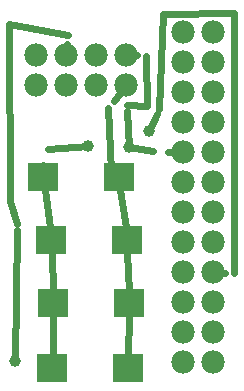
<source format=gbl>
G04 MADE WITH FRITZING*
G04 WWW.FRITZING.ORG*
G04 DOUBLE SIDED*
G04 HOLES PLATED*
G04 CONTOUR ON CENTER OF CONTOUR VECTOR*
%ASAXBY*%
%FSLAX23Y23*%
%MOIN*%
%OFA0B0*%
%SFA1.0B1.0*%
%ADD10C,0.078000*%
%ADD11C,0.039370*%
%ADD12R,0.102362X0.094488*%
%ADD13C,0.024000*%
%LNCOPPER0*%
G90*
G70*
G54D10*
X446Y1171D03*
X346Y1171D03*
X246Y1171D03*
X146Y1171D03*
X446Y1171D03*
X346Y1171D03*
X246Y1171D03*
X146Y1171D03*
X146Y1071D03*
X246Y1071D03*
X346Y1071D03*
X446Y1071D03*
X636Y1246D03*
X636Y1146D03*
X636Y1046D03*
X636Y946D03*
X636Y846D03*
X636Y746D03*
X636Y646D03*
X636Y546D03*
X636Y446D03*
X636Y346D03*
X636Y246D03*
X636Y146D03*
X636Y1246D03*
X636Y1146D03*
X636Y1046D03*
X636Y946D03*
X636Y846D03*
X636Y746D03*
X636Y646D03*
X636Y546D03*
X636Y446D03*
X636Y346D03*
X636Y246D03*
X636Y146D03*
X736Y146D03*
X736Y246D03*
X736Y346D03*
X736Y446D03*
X736Y546D03*
X736Y646D03*
X736Y746D03*
X736Y846D03*
X736Y946D03*
X736Y1046D03*
X736Y1146D03*
X736Y1246D03*
G54D11*
X522Y918D03*
X456Y865D03*
X319Y868D03*
X75Y151D03*
G54D12*
X451Y129D03*
X199Y129D03*
X454Y343D03*
X202Y343D03*
X421Y763D03*
X169Y763D03*
X448Y554D03*
X196Y554D03*
G54D13*
X456Y865D02*
X534Y852D01*
D02*
X448Y985D02*
X456Y865D01*
D02*
X514Y1001D02*
X447Y1004D01*
D02*
X511Y1168D02*
X514Y1001D01*
D02*
X583Y848D02*
X636Y846D01*
D02*
X446Y1171D02*
X481Y1170D01*
D02*
X246Y1171D02*
X248Y1207D01*
D02*
X250Y1237D02*
X56Y1274D01*
D02*
X56Y1274D02*
X58Y685D01*
D02*
X80Y588D02*
X75Y151D01*
D02*
X58Y685D02*
X81Y607D01*
D02*
X775Y444D02*
X736Y446D01*
D02*
X803Y1312D02*
X806Y443D01*
D02*
X522Y918D02*
X548Y973D01*
D02*
X556Y990D02*
X567Y1307D01*
D02*
X567Y1307D02*
X803Y1312D01*
D02*
X394Y785D02*
X386Y993D01*
D02*
X404Y1017D02*
X446Y1071D01*
D02*
X421Y763D02*
X421Y763D01*
D02*
X319Y868D02*
X183Y856D01*
D02*
X167Y805D02*
X169Y763D01*
D02*
X174Y722D02*
X191Y596D01*
D02*
X443Y596D02*
X426Y722D01*
D02*
X201Y385D02*
X197Y512D01*
D02*
X453Y385D02*
X449Y512D01*
D02*
X200Y171D02*
X201Y301D01*
D02*
X452Y171D02*
X453Y301D01*
G04 End of Copper0*
M02*
</source>
